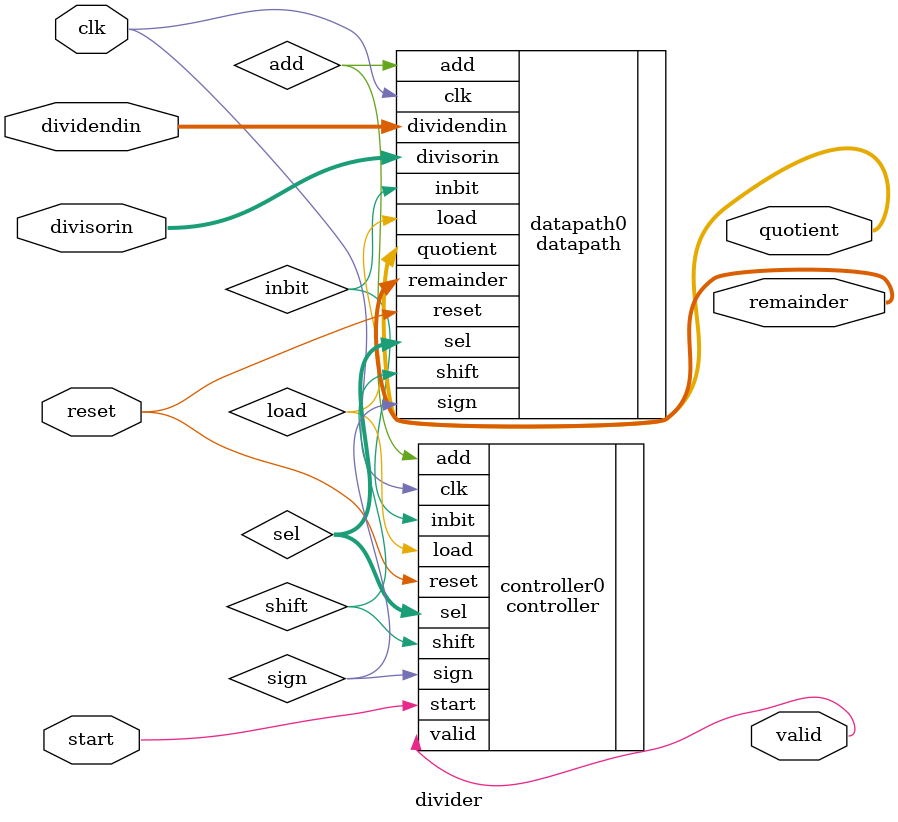
<source format=v>


module divider(
         remainder,
         quotient,
	 valid,
         divisorin,
         dividendin,
         start,
         clk,
         reset);

output [6:0] remainder;
output [7:0] quotient;
output valid;  
input [6:0] divisorin;
input [7:0] dividendin;
input start;
input clk;
input reset;

wire load;
wire add;
wire shift;
wire inbit;
wire [1:0] sel;
wire valid;
wire sign;
wire [6:0] remainder;
wire [7:0] quotient;

controller controller0(.load(load),
				.add(add),
				.shift(shift),
				.inbit(inbit),
				.sel(sel),
				.valid(valid),
				.start(start),
				.sign(sign),
				.clk(clk),
				.reset(reset));

datapath datapath0(.remainder(remainder),
				.quotient(quotient),
				.sign(sign),
				.divisorin(divisorin),
				.dividendin(dividendin),
				.load(load),
				.add(add),
				.shift(shift),
				.inbit(inbit),
				.sel(sel),
				.clk(clk),
				.reset(reset));

endmodule

</source>
